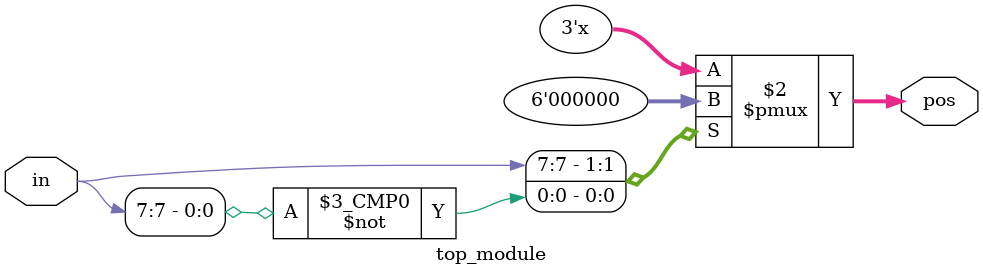
<source format=sv>
module top_module (
    input [7:0] in,
    output reg [2:0] pos
);
   
    always @* begin
        casex(in)
            8'b1xxxxxxx: pos = 0;
            8'b0xxxxxxx: pos = 0;
            
            8'b01xxxxxx: pos = 1;
            8'b00xxxxxx: pos = 0;
            
            8'b001xxxxx: pos = 2;
            8'b000xxxxx: pos = 0;
            
            8'b0001xxxx: pos = 3;
            8'b0000xxxx: pos = 0;
            
            8'b00001xxx: pos = 4;
            8'b00000xxx: pos = 0;
            
            8'b000001xx: pos = 5;
            8'b000000xx: pos = 0;
            
            8'b0000001x: pos = 6;
            8'b0000000x: pos = 0;
            
            8'b00000001: pos = 7;
            8'b00000000: pos = 0;
        endcase
    end

endmodule

</source>
